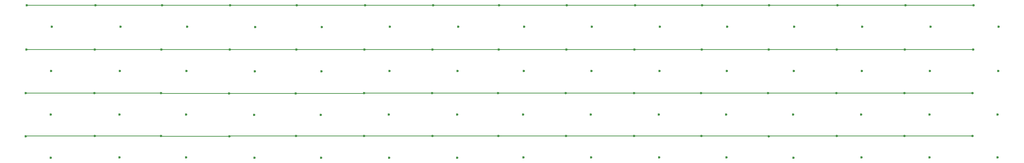
<source format=gbr>
%TF.GenerationSoftware,KiCad,Pcbnew,9.0.1*%
%TF.CreationDate,2025-11-14T12:31:05-06:00*%
%TF.ProjectId,OM-FlexGrid-Flex,4f4d2d46-6c65-4784-9772-69642d466c65,rev?*%
%TF.SameCoordinates,Original*%
%TF.FileFunction,Copper,L2,Bot*%
%TF.FilePolarity,Positive*%
%FSLAX46Y46*%
G04 Gerber Fmt 4.6, Leading zero omitted, Abs format (unit mm)*
G04 Created by KiCad (PCBNEW 9.0.1) date 2025-11-14 12:31:05*
%MOMM*%
%LPD*%
G01*
G04 APERTURE LIST*
%TA.AperFunction,ViaPad*%
%ADD10C,0.600000*%
%TD*%
%TA.AperFunction,Conductor*%
%ADD11C,0.200000*%
%TD*%
G04 APERTURE END LIST*
D10*
%TO.N,COL_3*%
X210438447Y-117740782D03*
X210580771Y-107200000D03*
X210691035Y-96550000D03*
X210498711Y-128094296D03*
%TO.N,COL_11*%
X80950000Y-117799999D03*
X81202588Y-96609217D03*
X81010264Y-128153513D03*
X81092324Y-107259217D03*
%TO.N,COL_0*%
X259510264Y-128045505D03*
X259760264Y-96550000D03*
X259507676Y-117740782D03*
X259650000Y-107200000D03*
%TO.N,COL_8*%
X129842324Y-107200000D03*
X129952588Y-96550000D03*
X129700000Y-117740782D03*
X129760264Y-128094296D03*
%TO.N,COL_14*%
X32342324Y-96550000D03*
X32089736Y-117740782D03*
X32232060Y-107200000D03*
X32150000Y-128100000D03*
%TO.N,COL_6*%
X161982060Y-107200000D03*
X161900000Y-128045505D03*
X162092324Y-96550000D03*
X161839736Y-117740782D03*
%TO.N,COL_12*%
X64650000Y-128045505D03*
X64732060Y-107200000D03*
X64842324Y-96550000D03*
X64589736Y-117740782D03*
%TO.N,COL_1*%
X243211530Y-128045505D03*
X243151266Y-117740782D03*
X243293590Y-107200000D03*
X243403854Y-96550000D03*
%TO.N,ROW_0*%
X172260264Y-122845505D03*
X188400000Y-122845505D03*
X58650000Y-122845505D03*
X75010264Y-122953513D03*
X26074075Y-122975926D03*
X155900000Y-122845505D03*
X139650000Y-122845505D03*
X91010264Y-122907027D03*
X204564393Y-122966244D03*
X253510264Y-122845505D03*
X42650000Y-122845505D03*
X123760264Y-122894296D03*
X107400000Y-122900000D03*
X220935132Y-122845505D03*
X237211530Y-122845505D03*
%TO.N,COL_9*%
X113592324Y-96550000D03*
X113400000Y-128100000D03*
X113339736Y-117740782D03*
X113482060Y-107200000D03*
%TO.N,COL_2*%
X226855120Y-128045505D03*
X227047444Y-96550000D03*
X226794856Y-117740782D03*
X226937180Y-107200000D03*
%TO.N,COL_13*%
X48589736Y-117740782D03*
X48842324Y-96550000D03*
X48732060Y-107200000D03*
X48650000Y-128045505D03*
%TO.N,COL_5*%
X178452588Y-96550000D03*
X178200000Y-117740782D03*
X178342324Y-107200000D03*
X178260264Y-128045505D03*
%TO.N,COL_10*%
X97202588Y-96611522D03*
X97010264Y-128107027D03*
X97092324Y-107261522D03*
X96950000Y-117802304D03*
%TO.N,ROW_1*%
X204438447Y-112540782D03*
X253507676Y-112540782D03*
X42589736Y-112540782D03*
X90950000Y-112602304D03*
X123700000Y-112540782D03*
X139589736Y-112540782D03*
X58589736Y-112540782D03*
X172200000Y-112540782D03*
X220794856Y-112540782D03*
X155839736Y-112540782D03*
X74950000Y-112599999D03*
X107339736Y-112540782D03*
X237151266Y-112540782D03*
X188339736Y-112540782D03*
X26089736Y-112540782D03*
%TO.N,ROW_2*%
X107482060Y-102000000D03*
X204580771Y-102000000D03*
X42732060Y-102000000D03*
X220937180Y-102000000D03*
X188482060Y-102000000D03*
X91092324Y-102061522D03*
X139732060Y-102000000D03*
X58732060Y-102000000D03*
X172342324Y-102000000D03*
X26232060Y-102000000D03*
X75092324Y-102059217D03*
X155982060Y-102000000D03*
X123842324Y-102000000D03*
X237293590Y-102000000D03*
X253650000Y-102000000D03*
%TO.N,COL_4*%
X194592324Y-96550000D03*
X194482060Y-107200000D03*
X194339736Y-117740782D03*
X194400000Y-128045505D03*
%TO.N,ROW_3*%
X221047444Y-91350000D03*
X204691035Y-91350000D03*
X107592324Y-91350000D03*
X42842324Y-91350000D03*
X237403854Y-91350000D03*
X58842324Y-91350000D03*
X75202588Y-91409217D03*
X253760264Y-91350000D03*
X139842324Y-91350000D03*
X172452588Y-91350000D03*
X123952588Y-91350000D03*
X26342324Y-91350000D03*
X156092324Y-91350000D03*
X91202588Y-91411522D03*
X188592324Y-91350000D03*
%TO.N,COL_7*%
X145650000Y-128045505D03*
X145589736Y-117740782D03*
X145842324Y-96550000D03*
X145732060Y-107200000D03*
%TD*%
D11*
%TO.N,ROW_0*%
X204564393Y-122966244D02*
X204443654Y-122845505D01*
X91010264Y-122907027D02*
X75056750Y-122907027D01*
X237211530Y-122845505D02*
X220935132Y-122845505D01*
X58758008Y-122953513D02*
X58650000Y-122845505D01*
X91017291Y-122900000D02*
X91010264Y-122907027D01*
X42650000Y-122845505D02*
X26204496Y-122845505D01*
X58650000Y-122845505D02*
X42650000Y-122845505D01*
X237211530Y-122845505D02*
X253510264Y-122845505D01*
X75056750Y-122907027D02*
X75010264Y-122953513D01*
X155900000Y-122845505D02*
X172260264Y-122845505D01*
X188400000Y-122845505D02*
X172260264Y-122845505D01*
X139650000Y-122845505D02*
X123809055Y-122845505D01*
X75010264Y-122953513D02*
X58758008Y-122953513D01*
X204443654Y-122845505D02*
X188400000Y-122845505D01*
X220935132Y-122845505D02*
X204685132Y-122845505D01*
X123809055Y-122845505D02*
X123760264Y-122894296D01*
X204685132Y-122845505D02*
X204564393Y-122966244D01*
X107405704Y-122894296D02*
X107400000Y-122900000D01*
X26204496Y-122845505D02*
X26074075Y-122975926D01*
X107400000Y-122900000D02*
X91017291Y-122900000D01*
X155900000Y-122845505D02*
X139650000Y-122845505D01*
X123760264Y-122894296D02*
X107405704Y-122894296D01*
%TO.N,ROW_1*%
X58589736Y-112540782D02*
X58609218Y-112540782D01*
X155839736Y-112540782D02*
X172200000Y-112540782D01*
X58609218Y-112540782D02*
X58668435Y-112599999D01*
X26089736Y-112540782D02*
X42589736Y-112540782D01*
X90950000Y-112602304D02*
X107278214Y-112602304D01*
X107278214Y-112602304D02*
X107339736Y-112540782D01*
X74950000Y-112599999D02*
X90947695Y-112599999D01*
X188339736Y-112540782D02*
X204438447Y-112540782D01*
X220794856Y-112540782D02*
X237151266Y-112540782D01*
X107339736Y-112540782D02*
X123700000Y-112540782D01*
X204438447Y-112540782D02*
X220794856Y-112540782D01*
X172200000Y-112540782D02*
X188339736Y-112540782D01*
X58668435Y-112599999D02*
X74950000Y-112599999D01*
X139589736Y-112540782D02*
X155839736Y-112540782D01*
X42589736Y-112540782D02*
X58589736Y-112540782D01*
X237151266Y-112540782D02*
X253507676Y-112540782D01*
X90947695Y-112599999D02*
X90950000Y-112602304D01*
X123700000Y-112540782D02*
X139589736Y-112540782D01*
%TO.N,ROW_2*%
X123842324Y-102000000D02*
X139732060Y-102000000D01*
X91758455Y-102000000D02*
X107482060Y-102000000D01*
X107482060Y-102000000D02*
X123842324Y-102000000D01*
X91090019Y-102059217D02*
X91092324Y-102061522D01*
X58732060Y-102000000D02*
X58849237Y-102000000D01*
X237293590Y-102000000D02*
X253650000Y-102000000D01*
X91092324Y-102061522D02*
X91696933Y-102061522D01*
X188482060Y-102000000D02*
X204580771Y-102000000D01*
X91696933Y-102061522D02*
X91758455Y-102000000D01*
X220937180Y-102000000D02*
X237293590Y-102000000D01*
X204580771Y-102000000D02*
X220937180Y-102000000D01*
X26232060Y-102000000D02*
X42732060Y-102000000D01*
X172342324Y-102000000D02*
X188482060Y-102000000D01*
X58908454Y-102059217D02*
X75092324Y-102059217D01*
X75092324Y-102059217D02*
X91090019Y-102059217D01*
X155982060Y-102000000D02*
X172342324Y-102000000D01*
X58849237Y-102000000D02*
X58908454Y-102059217D01*
X42732060Y-102000000D02*
X58732060Y-102000000D01*
X139732060Y-102000000D02*
X155982060Y-102000000D01*
%TO.N,ROW_3*%
X91202588Y-91411522D02*
X91285411Y-91411522D01*
X188592324Y-91350000D02*
X204691035Y-91350000D01*
X91200283Y-91409217D02*
X91202588Y-91411522D01*
X58842324Y-91350000D02*
X75143371Y-91350000D01*
X221047444Y-91350000D02*
X237403854Y-91350000D01*
X91285411Y-91411522D02*
X91346933Y-91350000D01*
X237403854Y-91350000D02*
X253760264Y-91350000D01*
X156092324Y-91350000D02*
X172452588Y-91350000D01*
X123952588Y-91350000D02*
X139842324Y-91350000D01*
X75202588Y-91409217D02*
X91200283Y-91409217D01*
X42842324Y-91350000D02*
X58842324Y-91350000D01*
X172452588Y-91350000D02*
X188592324Y-91350000D01*
X75143371Y-91350000D02*
X75202588Y-91409217D01*
X139842324Y-91350000D02*
X156092324Y-91350000D01*
X42842324Y-91350000D02*
X26342324Y-91350000D01*
X107592324Y-91350000D02*
X123952588Y-91350000D01*
X204691035Y-91350000D02*
X221047444Y-91350000D01*
X91346933Y-91350000D02*
X107592324Y-91350000D01*
%TD*%
M02*

</source>
